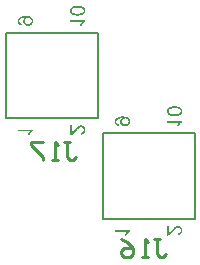
<source format=gbr>
%TF.GenerationSoftware,Altium Limited,Altium Designer,18.1.9 (240)*%
G04 Layer_Color=32896*
%FSLAX26Y26*%
%MOIN*%
%TF.FileFunction,Legend,Bot*%
%TF.Part,Single*%
G01*
G75*
%TA.AperFunction,NonConductor*%
%ADD19C,0.007870*%
%ADD20C,0.010000*%
G36*
X-222321Y-19696D02*
X-222940Y-20006D01*
X-223521Y-20392D01*
X-224721Y-21205D01*
X-225843Y-22095D01*
X-226849Y-22985D01*
X-227314Y-23411D01*
X-227739Y-23798D01*
X-228088Y-24185D01*
X-228397Y-24495D01*
X-228629Y-24766D01*
X-228823Y-24959D01*
X-228939Y-25075D01*
X-228978Y-25114D01*
X-230216Y-26584D01*
X-231338Y-28094D01*
X-232306Y-29603D01*
X-232770Y-30300D01*
X-233157Y-30996D01*
X-233506Y-31616D01*
X-233854Y-32196D01*
X-234125Y-32699D01*
X-234357Y-33163D01*
X-234550Y-33512D01*
X-234667Y-33783D01*
X-234744Y-33938D01*
X-234783Y-34015D01*
X-240665D01*
X-240239Y-32931D01*
X-239736Y-31809D01*
X-239194Y-30764D01*
X-238691Y-29758D01*
X-238459Y-29332D01*
X-238227Y-28907D01*
X-238033Y-28558D01*
X-237879Y-28210D01*
X-237724Y-27978D01*
X-237608Y-27784D01*
X-237569Y-27668D01*
X-237530Y-27629D01*
X-236756Y-26352D01*
X-235982Y-25191D01*
X-235634Y-24688D01*
X-235286Y-24224D01*
X-234976Y-23759D01*
X-234667Y-23372D01*
X-234357Y-23024D01*
X-234125Y-22715D01*
X-233893Y-22444D01*
X-233699Y-22211D01*
X-233544Y-22057D01*
X-233428Y-21941D01*
X-233389Y-21863D01*
X-233351Y-21824D01*
X-272128D01*
Y-15748D01*
X-222321D01*
Y-19696D01*
D02*
G37*
G36*
X-92264Y-25462D02*
X-91645Y-25075D01*
X-91065Y-24649D01*
X-90523Y-24224D01*
X-90020Y-23798D01*
X-89594Y-23450D01*
X-89284Y-23179D01*
X-89091Y-22985D01*
X-89014Y-22908D01*
X-88665Y-22560D01*
X-88278Y-22173D01*
X-87814Y-21670D01*
X-87350Y-21166D01*
X-86305Y-20006D01*
X-85260Y-18806D01*
X-84757Y-18225D01*
X-84292Y-17683D01*
X-83867Y-17180D01*
X-83480Y-16755D01*
X-83170Y-16368D01*
X-82938Y-16097D01*
X-82783Y-15942D01*
X-82744Y-15865D01*
X-81738Y-14665D01*
X-80770Y-13581D01*
X-79880Y-12536D01*
X-79029Y-11608D01*
X-78255Y-10756D01*
X-77520Y-9982D01*
X-76862Y-9324D01*
X-76281Y-8705D01*
X-75740Y-8163D01*
X-75314Y-7699D01*
X-74888Y-7312D01*
X-74579Y-7002D01*
X-74308Y-6770D01*
X-74153Y-6577D01*
X-74037Y-6499D01*
X-73998Y-6460D01*
X-72837Y-5493D01*
X-71715Y-4642D01*
X-70709Y-3945D01*
X-69780Y-3403D01*
X-69393Y-3171D01*
X-69044Y-2978D01*
X-68735Y-2784D01*
X-68464Y-2668D01*
X-68232Y-2552D01*
X-68077Y-2474D01*
X-67999Y-2436D01*
X-67961D01*
X-66877Y-2010D01*
X-65832Y-1700D01*
X-64826Y-1507D01*
X-63936Y-1352D01*
X-63549Y-1313D01*
X-63162Y-1275D01*
X-62852Y-1236D01*
X-62581Y-1197D01*
X-62388D01*
X-62194D01*
X-62117D01*
X-62078D01*
X-60995Y-1236D01*
X-59989Y-1391D01*
X-59021Y-1584D01*
X-58092Y-1855D01*
X-57202Y-2165D01*
X-56428Y-2513D01*
X-55654Y-2900D01*
X-54996Y-3287D01*
X-54377Y-3674D01*
X-53835Y-4061D01*
X-53371Y-4409D01*
X-52984Y-4719D01*
X-52674Y-4990D01*
X-52481Y-5183D01*
X-52326Y-5338D01*
X-52287Y-5377D01*
X-51591Y-6190D01*
X-50971Y-7080D01*
X-50430Y-7970D01*
X-49965Y-8899D01*
X-49578Y-9866D01*
X-49269Y-10795D01*
X-48998Y-11724D01*
X-48804Y-12575D01*
X-48650Y-13427D01*
X-48495Y-14200D01*
X-48417Y-14897D01*
X-48379Y-15516D01*
X-48340Y-15981D01*
X-48301Y-16368D01*
Y-16677D01*
X-48340Y-17954D01*
X-48456Y-19193D01*
X-48650Y-20354D01*
X-48882Y-21437D01*
X-49153Y-22444D01*
X-49462Y-23372D01*
X-49810Y-24224D01*
X-50120Y-24998D01*
X-50468Y-25656D01*
X-50817Y-26275D01*
X-51126Y-26778D01*
X-51397Y-27204D01*
X-51629Y-27552D01*
X-51823Y-27784D01*
X-51939Y-27939D01*
X-51978Y-27978D01*
X-52713Y-28713D01*
X-53487Y-29371D01*
X-54338Y-29990D01*
X-55190Y-30493D01*
X-56080Y-30958D01*
X-56970Y-31345D01*
X-57860Y-31654D01*
X-58712Y-31925D01*
X-59486Y-32157D01*
X-60260Y-32351D01*
X-60917Y-32506D01*
X-61498Y-32622D01*
X-62001Y-32699D01*
X-62349Y-32738D01*
X-62581Y-32776D01*
X-62620D01*
X-62659D01*
X-63317Y-26507D01*
X-62465Y-26468D01*
X-61653Y-26391D01*
X-60917Y-26275D01*
X-60182Y-26081D01*
X-59563Y-25888D01*
X-58944Y-25656D01*
X-58402Y-25424D01*
X-57899Y-25191D01*
X-57473Y-24959D01*
X-57086Y-24688D01*
X-56738Y-24495D01*
X-56467Y-24301D01*
X-56273Y-24108D01*
X-56119Y-23992D01*
X-56041Y-23914D01*
X-56002Y-23875D01*
X-55538Y-23372D01*
X-55112Y-22792D01*
X-54764Y-22250D01*
X-54455Y-21631D01*
X-54184Y-21050D01*
X-53990Y-20470D01*
X-53797Y-19889D01*
X-53681Y-19348D01*
X-53564Y-18844D01*
X-53487Y-18341D01*
X-53410Y-17916D01*
X-53371Y-17567D01*
X-53332Y-17258D01*
Y-16832D01*
X-53371Y-16058D01*
X-53448Y-15323D01*
X-53564Y-14665D01*
X-53719Y-14007D01*
X-53913Y-13427D01*
X-54145Y-12846D01*
X-54338Y-12343D01*
X-54571Y-11879D01*
X-54842Y-11453D01*
X-55035Y-11104D01*
X-55267Y-10795D01*
X-55461Y-10524D01*
X-55615Y-10331D01*
X-55732Y-10176D01*
X-55809Y-10098D01*
X-55848Y-10060D01*
X-56312Y-9595D01*
X-56815Y-9208D01*
X-57318Y-8860D01*
X-57860Y-8550D01*
X-58363Y-8318D01*
X-58866Y-8086D01*
X-59834Y-7776D01*
X-60260Y-7699D01*
X-60685Y-7622D01*
X-61033Y-7544D01*
X-61343Y-7505D01*
X-61614Y-7467D01*
X-61807D01*
X-61924D01*
X-61962D01*
X-62620Y-7505D01*
X-63278Y-7583D01*
X-63936Y-7738D01*
X-64555Y-7931D01*
X-65794Y-8357D01*
X-66374Y-8628D01*
X-66916Y-8899D01*
X-67419Y-9169D01*
X-67883Y-9440D01*
X-68309Y-9673D01*
X-68657Y-9866D01*
X-68928Y-10060D01*
X-69122Y-10214D01*
X-69277Y-10292D01*
X-69315Y-10331D01*
X-70051Y-10911D01*
X-70863Y-11608D01*
X-71715Y-12382D01*
X-72566Y-13233D01*
X-73456Y-14123D01*
X-74346Y-15013D01*
X-75198Y-15942D01*
X-76010Y-16832D01*
X-76784Y-17722D01*
X-77520Y-18535D01*
X-78139Y-19270D01*
X-78719Y-19928D01*
X-79184Y-20470D01*
X-79493Y-20896D01*
X-79648Y-21050D01*
X-79726Y-21166D01*
X-79764Y-21205D01*
X-79803Y-21244D01*
X-80577Y-22211D01*
X-81351Y-23102D01*
X-82086Y-23914D01*
X-82783Y-24688D01*
X-83441Y-25424D01*
X-84060Y-26081D01*
X-84641Y-26662D01*
X-85144Y-27204D01*
X-85647Y-27668D01*
X-86072Y-28094D01*
X-86421Y-28442D01*
X-86730Y-28752D01*
X-86963Y-28945D01*
X-87156Y-29139D01*
X-87272Y-29216D01*
X-87311Y-29255D01*
X-88510Y-30222D01*
X-89710Y-31035D01*
X-90832Y-31732D01*
X-91800Y-32273D01*
X-92264Y-32506D01*
X-92651Y-32699D01*
X-93000Y-32854D01*
X-93309Y-33009D01*
X-93541Y-33125D01*
X-93735Y-33163D01*
X-93851Y-33241D01*
X-93890D01*
X-94664Y-33473D01*
X-95399Y-33667D01*
X-96134Y-33783D01*
X-96754Y-33860D01*
X-97295Y-33938D01*
X-97721D01*
X-97876D01*
X-97992D01*
X-98069D01*
X-98108D01*
Y-1120D01*
X-92264D01*
Y-25462D01*
D02*
G37*
G36*
X-244651Y363221D02*
X-243103Y363182D01*
X-241632Y363066D01*
X-240278Y362950D01*
X-239040Y362795D01*
X-237879Y362601D01*
X-236872Y362408D01*
X-235905Y362214D01*
X-235092Y362021D01*
X-234396Y361827D01*
X-233776Y361673D01*
X-233273Y361479D01*
X-232886Y361363D01*
X-232615Y361247D01*
X-232422Y361208D01*
X-232383Y361169D01*
X-231493Y360744D01*
X-230680Y360318D01*
X-229906Y359815D01*
X-229171Y359351D01*
X-228513Y358809D01*
X-227894Y358306D01*
X-227352Y357803D01*
X-226849Y357338D01*
X-226423Y356874D01*
X-226036Y356448D01*
X-225688Y356061D01*
X-225417Y355713D01*
X-225224Y355442D01*
X-225069Y355248D01*
X-224992Y355094D01*
X-224953Y355055D01*
X-224488Y354281D01*
X-224101Y353546D01*
X-223714Y352772D01*
X-223444Y351998D01*
X-223173Y351262D01*
X-222979Y350527D01*
X-222786Y349830D01*
X-222631Y349134D01*
X-222553Y348514D01*
X-222476Y347973D01*
X-222399Y347470D01*
X-222360Y347044D01*
X-222321Y346696D01*
Y346231D01*
X-222360Y344993D01*
X-222515Y343832D01*
X-222747Y342709D01*
X-223056Y341626D01*
X-223405Y340658D01*
X-223792Y339730D01*
X-224179Y338878D01*
X-224605Y338104D01*
X-225069Y337408D01*
X-225456Y336827D01*
X-225843Y336285D01*
X-226191Y335860D01*
X-226501Y335511D01*
X-226733Y335240D01*
X-226888Y335086D01*
X-226927Y335047D01*
X-227817Y334273D01*
X-228784Y333576D01*
X-229752Y332996D01*
X-230758Y332493D01*
X-231803Y332067D01*
X-232809Y331719D01*
X-233815Y331409D01*
X-234744Y331177D01*
X-235634Y331022D01*
X-236485Y330867D01*
X-237221Y330790D01*
X-237840Y330712D01*
X-238382Y330674D01*
X-238769Y330635D01*
X-238923D01*
X-239040D01*
X-239078D01*
X-239117D01*
X-240471Y330674D01*
X-241710Y330829D01*
X-242910Y331022D01*
X-244032Y331293D01*
X-245077Y331641D01*
X-246044Y331990D01*
X-246934Y332377D01*
X-247747Y332764D01*
X-248444Y333151D01*
X-249102Y333538D01*
X-249643Y333925D01*
X-250069Y334234D01*
X-250417Y334505D01*
X-250688Y334699D01*
X-250843Y334853D01*
X-250882Y334892D01*
X-251656Y335705D01*
X-252352Y336556D01*
X-252933Y337446D01*
X-253436Y338298D01*
X-253900Y339188D01*
X-254249Y340039D01*
X-254558Y340891D01*
X-254791Y341703D01*
X-254945Y342439D01*
X-255100Y343135D01*
X-255178Y343754D01*
X-255255Y344257D01*
X-255294Y344722D01*
X-255332Y345031D01*
Y345302D01*
X-255294Y345999D01*
X-255255Y346657D01*
X-255061Y347934D01*
X-254752Y349095D01*
X-254597Y349637D01*
X-254442Y350140D01*
X-254287Y350566D01*
X-254133Y350953D01*
X-253978Y351301D01*
X-253823Y351611D01*
X-253707Y351843D01*
X-253630Y351998D01*
X-253552Y352114D01*
Y352152D01*
X-252817Y353275D01*
X-252043Y354281D01*
X-251269Y355132D01*
X-250495Y355868D01*
X-250147Y356177D01*
X-249837Y356448D01*
X-249566Y356642D01*
X-249295Y356835D01*
X-249102Y356990D01*
X-248947Y357106D01*
X-248869Y357145D01*
X-248831Y357183D01*
X-249102D01*
X-249373D01*
X-249566D01*
X-249721D01*
X-249953D01*
X-250030D01*
X-251424Y357145D01*
X-252778Y357029D01*
X-254055Y356874D01*
X-254636Y356796D01*
X-255178Y356719D01*
X-255681Y356642D01*
X-256145Y356564D01*
X-256532Y356487D01*
X-256880Y356409D01*
X-257151Y356332D01*
X-257345Y356293D01*
X-257461Y356255D01*
X-257500D01*
X-258777Y355906D01*
X-259938Y355519D01*
X-260441Y355326D01*
X-260944Y355171D01*
X-261370Y354977D01*
X-261757Y354784D01*
X-262105Y354629D01*
X-262414Y354474D01*
X-262685Y354358D01*
X-262918Y354242D01*
X-263072Y354126D01*
X-263188Y354087D01*
X-263266Y354010D01*
X-263305D01*
X-264079Y353468D01*
X-264736Y352926D01*
X-265317Y352346D01*
X-265820Y351804D01*
X-266207Y351301D01*
X-266478Y350914D01*
X-266594Y350759D01*
X-266633Y350643D01*
X-266710Y350604D01*
Y350566D01*
X-267136Y349753D01*
X-267445Y348901D01*
X-267678Y348050D01*
X-267832Y347276D01*
X-267910Y346618D01*
X-267949Y346347D01*
Y346076D01*
X-267987Y345883D01*
Y345612D01*
X-267949Y344993D01*
X-267910Y344451D01*
X-267678Y343367D01*
X-267407Y342477D01*
X-267058Y341703D01*
X-266865Y341355D01*
X-266710Y341084D01*
X-266555Y340813D01*
X-266401Y340620D01*
X-266284Y340465D01*
X-266207Y340349D01*
X-266168Y340271D01*
X-266130Y340233D01*
X-265743Y339846D01*
X-265356Y339497D01*
X-264388Y338917D01*
X-263421Y338414D01*
X-262414Y338027D01*
X-261989Y337872D01*
X-261524Y337756D01*
X-261137Y337640D01*
X-260789Y337562D01*
X-260518Y337485D01*
X-260325Y337446D01*
X-260170Y337408D01*
X-260131D01*
X-260673Y331564D01*
X-261757Y331719D01*
X-262763Y331951D01*
X-263692Y332260D01*
X-264582Y332570D01*
X-265394Y332918D01*
X-266130Y333267D01*
X-266826Y333654D01*
X-267407Y334041D01*
X-267949Y334428D01*
X-268452Y334776D01*
X-268839Y335086D01*
X-269187Y335395D01*
X-269419Y335627D01*
X-269613Y335821D01*
X-269729Y335937D01*
X-269767Y335976D01*
X-270348Y336672D01*
X-270812Y337446D01*
X-271238Y338220D01*
X-271625Y339033D01*
X-271935Y339807D01*
X-272205Y340620D01*
X-272399Y341394D01*
X-272592Y342129D01*
X-272709Y342826D01*
X-272825Y343445D01*
X-272863Y344025D01*
X-272941Y344528D01*
Y344915D01*
X-272979Y345225D01*
Y345496D01*
X-272941Y346502D01*
X-272863Y347470D01*
X-272709Y348398D01*
X-272515Y349288D01*
X-272283Y350140D01*
X-272051Y350914D01*
X-271780Y351649D01*
X-271509Y352307D01*
X-271238Y352926D01*
X-270967Y353429D01*
X-270735Y353894D01*
X-270503Y354281D01*
X-270309Y354590D01*
X-270154Y354823D01*
X-270077Y354977D01*
X-270038Y355016D01*
X-269458Y355751D01*
X-268839Y356448D01*
X-268142Y357106D01*
X-267445Y357725D01*
X-266749Y358267D01*
X-266052Y358770D01*
X-265356Y359234D01*
X-264659Y359621D01*
X-264001Y360008D01*
X-263421Y360318D01*
X-262879Y360589D01*
X-262414Y360782D01*
X-262027Y360937D01*
X-261718Y361092D01*
X-261563Y361131D01*
X-261486Y361169D01*
X-260402Y361556D01*
X-259202Y361866D01*
X-258003Y362137D01*
X-256726Y362369D01*
X-254210Y362756D01*
X-252972Y362872D01*
X-251772Y362988D01*
X-250650Y363104D01*
X-249643Y363143D01*
X-248676Y363182D01*
X-247902Y363221D01*
X-247554D01*
X-247244Y363259D01*
X-246973D01*
X-246741D01*
X-246547D01*
X-246431D01*
X-246354D01*
X-246315D01*
X-244651Y363221D01*
D02*
G37*
G36*
X-71018Y396812D02*
X-69857Y396735D01*
X-68735Y396696D01*
X-67690Y396580D01*
X-66722Y396502D01*
X-65832Y396386D01*
X-65058Y396309D01*
X-64323Y396193D01*
X-63704Y396077D01*
X-63201Y395999D01*
X-62736Y395922D01*
X-62427Y395845D01*
X-62156Y395767D01*
X-62001Y395728D01*
X-61962D01*
X-60376Y395264D01*
X-59640Y395032D01*
X-58944Y394761D01*
X-58325Y394529D01*
X-57705Y394258D01*
X-57125Y393987D01*
X-56622Y393755D01*
X-56157Y393523D01*
X-55770Y393329D01*
X-55422Y393136D01*
X-55112Y392942D01*
X-54880Y392826D01*
X-54725Y392710D01*
X-54609Y392671D01*
X-54571Y392632D01*
X-53487Y391858D01*
X-52558Y391046D01*
X-51784Y390233D01*
X-51126Y389420D01*
X-50584Y388724D01*
X-50391Y388453D01*
X-50236Y388182D01*
X-50081Y387988D01*
X-50004Y387795D01*
X-49927Y387718D01*
Y387679D01*
X-49385Y386518D01*
X-48998Y385318D01*
X-48688Y384118D01*
X-48495Y383035D01*
X-48417Y382532D01*
X-48379Y382106D01*
X-48340Y381680D01*
Y381332D01*
X-48301Y381061D01*
Y380674D01*
X-48340Y379668D01*
X-48417Y378739D01*
X-48572Y377849D01*
X-48766Y376998D01*
X-48959Y376185D01*
X-49230Y375450D01*
X-49462Y374753D01*
X-49733Y374134D01*
X-50004Y373592D01*
X-50275Y373089D01*
X-50546Y372663D01*
X-50739Y372315D01*
X-50933Y372044D01*
X-51088Y371812D01*
X-51165Y371696D01*
X-51204Y371657D01*
X-51784Y370999D01*
X-52403Y370419D01*
X-53061Y369838D01*
X-53719Y369335D01*
X-54416Y368832D01*
X-55112Y368406D01*
X-55770Y367981D01*
X-56428Y367632D01*
X-57047Y367323D01*
X-57628Y367052D01*
X-58131Y366820D01*
X-58595Y366626D01*
X-58982Y366471D01*
X-59253Y366355D01*
X-59408Y366317D01*
X-59486Y366278D01*
X-60530Y365968D01*
X-61653Y365697D01*
X-62775Y365465D01*
X-63975Y365233D01*
X-66335Y364923D01*
X-67496Y364807D01*
X-68580Y364730D01*
X-69625Y364652D01*
X-70592Y364575D01*
X-71444Y364536D01*
X-72179D01*
X-72798Y364498D01*
X-73069D01*
X-73263D01*
X-73418D01*
X-73534D01*
X-73611D01*
X-73650D01*
X-74927D01*
X-76165Y364536D01*
X-77365Y364614D01*
X-78526Y364691D01*
X-79648Y364807D01*
X-80732Y364962D01*
X-81738Y365078D01*
X-82706Y365272D01*
X-83634Y365426D01*
X-84524Y365620D01*
X-85376Y365813D01*
X-86189Y366046D01*
X-86963Y366278D01*
X-87698Y366471D01*
X-88356Y366704D01*
X-89014Y366936D01*
X-89594Y367168D01*
X-90175Y367400D01*
X-90678Y367632D01*
X-91142Y367826D01*
X-91606Y368058D01*
X-91993Y368252D01*
X-92342Y368445D01*
X-92651Y368600D01*
X-93193Y368909D01*
X-93541Y369180D01*
X-93774Y369335D01*
X-93851Y369374D01*
X-94741Y370187D01*
X-95554Y371038D01*
X-96212Y371928D01*
X-96792Y372857D01*
X-97295Y373824D01*
X-97721Y374753D01*
X-98031Y375682D01*
X-98302Y376572D01*
X-98534Y377423D01*
X-98689Y378197D01*
X-98805Y378894D01*
X-98882Y379474D01*
X-98921Y379978D01*
X-98960Y380365D01*
Y380674D01*
X-98921Y381680D01*
X-98843Y382609D01*
X-98689Y383499D01*
X-98495Y384351D01*
X-98302Y385163D01*
X-98031Y385899D01*
X-97760Y386595D01*
X-97489Y387214D01*
X-97218Y387756D01*
X-96986Y388259D01*
X-96715Y388646D01*
X-96521Y388995D01*
X-96328Y389304D01*
X-96173Y389498D01*
X-96096Y389614D01*
X-96057Y389653D01*
X-95477Y390310D01*
X-94857Y390930D01*
X-94199Y391471D01*
X-93541Y392013D01*
X-92845Y392478D01*
X-92148Y392942D01*
X-91490Y393329D01*
X-90832Y393677D01*
X-90213Y394026D01*
X-89633Y394297D01*
X-89091Y394529D01*
X-88665Y394684D01*
X-88278Y394838D01*
X-88007Y394954D01*
X-87853Y394993D01*
X-87775Y395032D01*
X-86730Y395341D01*
X-85608Y395651D01*
X-84486Y395883D01*
X-83286Y396077D01*
X-80925Y396425D01*
X-79803Y396541D01*
X-78681Y396619D01*
X-77674Y396696D01*
X-76707Y396773D01*
X-75856Y396812D01*
X-75082D01*
X-74501Y396851D01*
X-74230D01*
X-74037D01*
X-73882D01*
X-73766D01*
X-73688D01*
X-73650D01*
X-72295D01*
X-71018Y396812D01*
D02*
G37*
G36*
X-48301Y344954D02*
X-48920Y344644D01*
X-49501Y344257D01*
X-50701Y343445D01*
X-51823Y342555D01*
X-52829Y341665D01*
X-53294Y341239D01*
X-53719Y340852D01*
X-54068Y340465D01*
X-54377Y340155D01*
X-54609Y339884D01*
X-54803Y339691D01*
X-54919Y339575D01*
X-54958Y339536D01*
X-56196Y338065D01*
X-57318Y336556D01*
X-58286Y335047D01*
X-58750Y334350D01*
X-59137Y333654D01*
X-59486Y333034D01*
X-59834Y332454D01*
X-60105Y331951D01*
X-60337Y331486D01*
X-60530Y331138D01*
X-60647Y330867D01*
X-60724Y330712D01*
X-60763Y330635D01*
X-66645D01*
X-66219Y331719D01*
X-65716Y332841D01*
X-65174Y333886D01*
X-64671Y334892D01*
X-64439Y335318D01*
X-64207Y335743D01*
X-64013Y336092D01*
X-63859Y336440D01*
X-63704Y336672D01*
X-63588Y336866D01*
X-63549Y336982D01*
X-63510Y337021D01*
X-62736Y338298D01*
X-61962Y339459D01*
X-61614Y339962D01*
X-61266Y340426D01*
X-60956Y340891D01*
X-60647Y341278D01*
X-60337Y341626D01*
X-60105Y341935D01*
X-59873Y342206D01*
X-59679Y342439D01*
X-59524Y342593D01*
X-59408Y342709D01*
X-59369Y342787D01*
X-59331Y342826D01*
X-98108D01*
Y348901D01*
X-48301D01*
Y344954D01*
D02*
G37*
G36*
X100919Y-354696D02*
X100300Y-355005D01*
X99719Y-355392D01*
X98519Y-356205D01*
X97397Y-357095D01*
X96391Y-357985D01*
X95927Y-358411D01*
X95501Y-358798D01*
X95153Y-359185D01*
X94843Y-359495D01*
X94611Y-359766D01*
X94417Y-359959D01*
X94301Y-360075D01*
X94262Y-360114D01*
X93024Y-361584D01*
X91902Y-363094D01*
X90934Y-364603D01*
X90470Y-365300D01*
X90083Y-365996D01*
X89734Y-366615D01*
X89386Y-367196D01*
X89115Y-367699D01*
X88883Y-368163D01*
X88690Y-368512D01*
X88573Y-368783D01*
X88496Y-368938D01*
X88457Y-369015D01*
X82575D01*
X83001Y-367931D01*
X83504Y-366809D01*
X84046Y-365764D01*
X84549Y-364758D01*
X84781Y-364332D01*
X85013Y-363906D01*
X85207Y-363558D01*
X85361Y-363210D01*
X85516Y-362978D01*
X85632Y-362784D01*
X85671Y-362668D01*
X85710Y-362629D01*
X86484Y-361352D01*
X87258Y-360191D01*
X87606Y-359688D01*
X87954Y-359224D01*
X88264Y-358759D01*
X88573Y-358372D01*
X88883Y-358024D01*
X89115Y-357714D01*
X89347Y-357444D01*
X89541Y-357211D01*
X89696Y-357057D01*
X89812Y-356940D01*
X89851Y-356863D01*
X89889Y-356824D01*
X51112D01*
Y-350748D01*
X100919D01*
Y-354696D01*
D02*
G37*
G36*
X230976Y-360462D02*
X231595Y-360075D01*
X232175Y-359649D01*
X232717Y-359224D01*
X233220Y-358798D01*
X233646Y-358450D01*
X233956Y-358179D01*
X234149Y-357985D01*
X234226Y-357908D01*
X234575Y-357560D01*
X234962Y-357173D01*
X235426Y-356670D01*
X235891Y-356166D01*
X236935Y-355005D01*
X237980Y-353806D01*
X238483Y-353225D01*
X238948Y-352683D01*
X239374Y-352180D01*
X239761Y-351755D01*
X240070Y-351368D01*
X240302Y-351097D01*
X240457Y-350942D01*
X240496Y-350865D01*
X241502Y-349665D01*
X242470Y-348581D01*
X243360Y-347536D01*
X244211Y-346608D01*
X244985Y-345756D01*
X245720Y-344982D01*
X246378Y-344324D01*
X246959Y-343705D01*
X247500Y-343163D01*
X247926Y-342699D01*
X248352Y-342312D01*
X248661Y-342002D01*
X248932Y-341770D01*
X249087Y-341577D01*
X249203Y-341499D01*
X249242Y-341461D01*
X250403Y-340493D01*
X251525Y-339642D01*
X252531Y-338945D01*
X253460Y-338403D01*
X253847Y-338171D01*
X254196Y-337978D01*
X254505Y-337784D01*
X254776Y-337668D01*
X255008Y-337552D01*
X255163Y-337474D01*
X255240Y-337436D01*
X255279D01*
X256363Y-337010D01*
X257408Y-336700D01*
X258414Y-336507D01*
X259304Y-336352D01*
X259691Y-336313D01*
X260078Y-336275D01*
X260388Y-336236D01*
X260659Y-336197D01*
X260852D01*
X261046D01*
X261123D01*
X261162D01*
X262245Y-336236D01*
X263251Y-336391D01*
X264219Y-336584D01*
X265148Y-336855D01*
X266038Y-337165D01*
X266812Y-337513D01*
X267586Y-337900D01*
X268244Y-338287D01*
X268863Y-338674D01*
X269405Y-339061D01*
X269869Y-339409D01*
X270256Y-339719D01*
X270566Y-339990D01*
X270759Y-340183D01*
X270914Y-340338D01*
X270953Y-340377D01*
X271649Y-341190D01*
X272269Y-342080D01*
X272810Y-342970D01*
X273275Y-343899D01*
X273662Y-344866D01*
X273971Y-345795D01*
X274242Y-346724D01*
X274436Y-347575D01*
X274591Y-348426D01*
X274745Y-349200D01*
X274823Y-349897D01*
X274861Y-350516D01*
X274900Y-350981D01*
X274939Y-351368D01*
Y-351677D01*
X274900Y-352954D01*
X274784Y-354193D01*
X274591Y-355354D01*
X274358Y-356437D01*
X274087Y-357444D01*
X273778Y-358372D01*
X273430Y-359224D01*
X273120Y-359998D01*
X272772Y-360656D01*
X272423Y-361275D01*
X272114Y-361778D01*
X271843Y-362204D01*
X271611Y-362552D01*
X271417Y-362784D01*
X271301Y-362939D01*
X271262Y-362978D01*
X270527Y-363713D01*
X269753Y-364371D01*
X268902Y-364990D01*
X268050Y-365493D01*
X267160Y-365958D01*
X266270Y-366345D01*
X265380Y-366654D01*
X264529Y-366925D01*
X263755Y-367157D01*
X262981Y-367351D01*
X262323Y-367506D01*
X261742Y-367622D01*
X261239Y-367699D01*
X260891Y-367738D01*
X260659Y-367776D01*
X260620D01*
X260581D01*
X259923Y-361507D01*
X260775Y-361468D01*
X261587Y-361391D01*
X262323Y-361275D01*
X263058Y-361081D01*
X263677Y-360888D01*
X264296Y-360656D01*
X264838Y-360423D01*
X265341Y-360191D01*
X265767Y-359959D01*
X266154Y-359688D01*
X266502Y-359495D01*
X266773Y-359301D01*
X266967Y-359108D01*
X267121Y-358992D01*
X267199Y-358914D01*
X267238Y-358875D01*
X267702Y-358372D01*
X268128Y-357792D01*
X268476Y-357250D01*
X268786Y-356631D01*
X269056Y-356050D01*
X269250Y-355470D01*
X269443Y-354889D01*
X269560Y-354348D01*
X269676Y-353844D01*
X269753Y-353341D01*
X269830Y-352916D01*
X269869Y-352567D01*
X269908Y-352258D01*
Y-351832D01*
X269869Y-351058D01*
X269792Y-350323D01*
X269676Y-349665D01*
X269521Y-349007D01*
X269327Y-348426D01*
X269095Y-347846D01*
X268902Y-347343D01*
X268669Y-346878D01*
X268399Y-346453D01*
X268205Y-346104D01*
X267973Y-345795D01*
X267779Y-345524D01*
X267625Y-345330D01*
X267508Y-345176D01*
X267431Y-345098D01*
X267392Y-345060D01*
X266928Y-344595D01*
X266425Y-344208D01*
X265922Y-343860D01*
X265380Y-343550D01*
X264877Y-343318D01*
X264374Y-343086D01*
X263406Y-342776D01*
X262981Y-342699D01*
X262555Y-342622D01*
X262207Y-342544D01*
X261897Y-342505D01*
X261626Y-342467D01*
X261433D01*
X261316D01*
X261278D01*
X260620Y-342505D01*
X259962Y-342583D01*
X259304Y-342738D01*
X258685Y-342931D01*
X257446Y-343357D01*
X256866Y-343628D01*
X256324Y-343899D01*
X255821Y-344170D01*
X255357Y-344440D01*
X254931Y-344673D01*
X254583Y-344866D01*
X254312Y-345060D01*
X254118Y-345214D01*
X253963Y-345292D01*
X253925Y-345330D01*
X253189Y-345911D01*
X252377Y-346608D01*
X251525Y-347382D01*
X250674Y-348233D01*
X249784Y-349123D01*
X248894Y-350013D01*
X248042Y-350942D01*
X247230Y-351832D01*
X246456Y-352722D01*
X245720Y-353535D01*
X245101Y-354270D01*
X244521Y-354928D01*
X244056Y-355470D01*
X243747Y-355896D01*
X243592Y-356050D01*
X243514Y-356166D01*
X243476Y-356205D01*
X243437Y-356244D01*
X242663Y-357211D01*
X241889Y-358101D01*
X241154Y-358914D01*
X240457Y-359688D01*
X239799Y-360423D01*
X239180Y-361081D01*
X238600Y-361662D01*
X238096Y-362204D01*
X237593Y-362668D01*
X237168Y-363094D01*
X236819Y-363442D01*
X236510Y-363752D01*
X236278Y-363945D01*
X236084Y-364139D01*
X235968Y-364216D01*
X235929Y-364255D01*
X234730Y-365222D01*
X233530Y-366035D01*
X232407Y-366732D01*
X231440Y-367273D01*
X230976Y-367506D01*
X230589Y-367699D01*
X230240Y-367854D01*
X229931Y-368009D01*
X229698Y-368125D01*
X229505Y-368163D01*
X229389Y-368241D01*
X229350D01*
X228576Y-368473D01*
X227841Y-368667D01*
X227106Y-368783D01*
X226486Y-368860D01*
X225945Y-368938D01*
X225519D01*
X225364D01*
X225248D01*
X225171D01*
X225132D01*
Y-336120D01*
X230976D01*
Y-360462D01*
D02*
G37*
G36*
X78589Y28221D02*
X80137Y28182D01*
X81608Y28066D01*
X82962Y27950D01*
X84200Y27795D01*
X85361Y27601D01*
X86368Y27408D01*
X87335Y27214D01*
X88148Y27021D01*
X88844Y26827D01*
X89464Y26672D01*
X89967Y26479D01*
X90354Y26363D01*
X90625Y26247D01*
X90818Y26208D01*
X90857Y26169D01*
X91747Y25744D01*
X92560Y25318D01*
X93334Y24815D01*
X94069Y24351D01*
X94727Y23809D01*
X95346Y23306D01*
X95888Y22802D01*
X96391Y22338D01*
X96817Y21874D01*
X97204Y21448D01*
X97552Y21061D01*
X97823Y20713D01*
X98016Y20442D01*
X98171Y20248D01*
X98249Y20093D01*
X98287Y20055D01*
X98752Y19281D01*
X99139Y18546D01*
X99526Y17771D01*
X99796Y16997D01*
X100067Y16262D01*
X100261Y15527D01*
X100454Y14830D01*
X100609Y14134D01*
X100687Y13514D01*
X100764Y12973D01*
X100841Y12470D01*
X100880Y12044D01*
X100919Y11696D01*
Y11231D01*
X100880Y9993D01*
X100725Y8832D01*
X100493Y7710D01*
X100183Y6626D01*
X99835Y5658D01*
X99448Y4730D01*
X99061Y3878D01*
X98635Y3104D01*
X98171Y2408D01*
X97784Y1827D01*
X97397Y1285D01*
X97049Y860D01*
X96739Y511D01*
X96507Y240D01*
X96352Y86D01*
X96314Y47D01*
X95423Y-727D01*
X94456Y-1424D01*
X93488Y-2004D01*
X92482Y-2507D01*
X91437Y-2933D01*
X90431Y-3281D01*
X89425Y-3591D01*
X88496Y-3823D01*
X87606Y-3978D01*
X86755Y-4133D01*
X86019Y-4210D01*
X85400Y-4287D01*
X84858Y-4326D01*
X84471Y-4365D01*
X84317D01*
X84200D01*
X84162D01*
X84123D01*
X82769Y-4326D01*
X81530Y-4171D01*
X80330Y-3978D01*
X79208Y-3707D01*
X78163Y-3359D01*
X77196Y-3010D01*
X76306Y-2623D01*
X75493Y-2236D01*
X74796Y-1849D01*
X74138Y-1462D01*
X73597Y-1075D01*
X73171Y-766D01*
X72823Y-495D01*
X72552Y-301D01*
X72397Y-147D01*
X72358Y-108D01*
X71584Y705D01*
X70888Y1556D01*
X70307Y2446D01*
X69804Y3298D01*
X69340Y4188D01*
X68991Y5039D01*
X68682Y5891D01*
X68450Y6703D01*
X68295Y7439D01*
X68140Y8135D01*
X68062Y8754D01*
X67985Y9258D01*
X67946Y9722D01*
X67908Y10031D01*
Y10302D01*
X67946Y10999D01*
X67985Y11657D01*
X68179Y12934D01*
X68488Y14095D01*
X68643Y14637D01*
X68798Y15140D01*
X68953Y15566D01*
X69107Y15953D01*
X69262Y16301D01*
X69417Y16610D01*
X69533Y16843D01*
X69611Y16997D01*
X69688Y17114D01*
Y17152D01*
X70423Y18275D01*
X71197Y19281D01*
X71971Y20132D01*
X72745Y20867D01*
X73094Y21177D01*
X73403Y21448D01*
X73674Y21642D01*
X73945Y21835D01*
X74138Y21990D01*
X74293Y22106D01*
X74371Y22145D01*
X74409Y22183D01*
X74138D01*
X73868D01*
X73674D01*
X73519D01*
X73287D01*
X73210D01*
X71816Y22145D01*
X70462Y22029D01*
X69185Y21874D01*
X68604Y21796D01*
X68062Y21719D01*
X67559Y21642D01*
X67095Y21564D01*
X66708Y21487D01*
X66360Y21409D01*
X66089Y21332D01*
X65895Y21293D01*
X65779Y21255D01*
X65740D01*
X64463Y20906D01*
X63302Y20519D01*
X62799Y20326D01*
X62296Y20171D01*
X61870Y19977D01*
X61483Y19784D01*
X61135Y19629D01*
X60826Y19474D01*
X60555Y19358D01*
X60322Y19242D01*
X60168Y19126D01*
X60052Y19087D01*
X59974Y19010D01*
X59935D01*
X59161Y18468D01*
X58504Y17926D01*
X57923Y17346D01*
X57420Y16804D01*
X57033Y16301D01*
X56762Y15914D01*
X56646Y15759D01*
X56607Y15643D01*
X56530Y15604D01*
Y15566D01*
X56104Y14753D01*
X55795Y13902D01*
X55562Y13050D01*
X55408Y12276D01*
X55330Y11618D01*
X55291Y11347D01*
Y11076D01*
X55253Y10883D01*
Y10612D01*
X55291Y9993D01*
X55330Y9451D01*
X55562Y8367D01*
X55833Y7477D01*
X56182Y6703D01*
X56375Y6355D01*
X56530Y6084D01*
X56685Y5813D01*
X56840Y5620D01*
X56956Y5465D01*
X57033Y5349D01*
X57072Y5271D01*
X57110Y5233D01*
X57497Y4846D01*
X57884Y4497D01*
X58852Y3917D01*
X59819Y3414D01*
X60826Y3027D01*
X61251Y2872D01*
X61716Y2756D01*
X62103Y2640D01*
X62451Y2562D01*
X62722Y2485D01*
X62915Y2446D01*
X63070Y2408D01*
X63109D01*
X62567Y-3436D01*
X61483Y-3281D01*
X60477Y-3049D01*
X59548Y-2740D01*
X58658Y-2430D01*
X57846Y-2082D01*
X57110Y-1733D01*
X56414Y-1346D01*
X55833Y-959D01*
X55291Y-572D01*
X54788Y-224D01*
X54401Y86D01*
X54053Y395D01*
X53821Y627D01*
X53627Y821D01*
X53511Y937D01*
X53473Y976D01*
X52892Y1672D01*
X52428Y2446D01*
X52002Y3220D01*
X51615Y4033D01*
X51305Y4807D01*
X51035Y5620D01*
X50841Y6394D01*
X50648Y7129D01*
X50531Y7826D01*
X50415Y8445D01*
X50377Y9025D01*
X50299Y9528D01*
Y9915D01*
X50261Y10225D01*
Y10496D01*
X50299Y11502D01*
X50377Y12470D01*
X50531Y13398D01*
X50725Y14289D01*
X50957Y15140D01*
X51189Y15914D01*
X51460Y16649D01*
X51731Y17307D01*
X52002Y17926D01*
X52273Y18429D01*
X52505Y18894D01*
X52737Y19281D01*
X52931Y19590D01*
X53086Y19823D01*
X53163Y19977D01*
X53202Y20016D01*
X53782Y20751D01*
X54401Y21448D01*
X55098Y22106D01*
X55795Y22725D01*
X56491Y23267D01*
X57188Y23770D01*
X57884Y24234D01*
X58581Y24621D01*
X59239Y25008D01*
X59819Y25318D01*
X60361Y25589D01*
X60826Y25782D01*
X61213Y25937D01*
X61522Y26092D01*
X61677Y26131D01*
X61754Y26169D01*
X62838Y26556D01*
X64038Y26866D01*
X65237Y27137D01*
X66514Y27369D01*
X69030Y27756D01*
X70268Y27872D01*
X71468Y27988D01*
X72590Y28104D01*
X73597Y28143D01*
X74564Y28182D01*
X75338Y28221D01*
X75686D01*
X75996Y28259D01*
X76267D01*
X76499D01*
X76693D01*
X76809D01*
X76886D01*
X76925D01*
X78589Y28221D01*
D02*
G37*
G36*
X252222Y61812D02*
X253383Y61735D01*
X254505Y61696D01*
X255550Y61580D01*
X256518Y61502D01*
X257408Y61386D01*
X258182Y61309D01*
X258917Y61193D01*
X259536Y61077D01*
X260039Y60999D01*
X260504Y60922D01*
X260813Y60845D01*
X261084Y60767D01*
X261239Y60728D01*
X261278D01*
X262864Y60264D01*
X263600Y60032D01*
X264296Y59761D01*
X264916Y59529D01*
X265535Y59258D01*
X266115Y58987D01*
X266618Y58755D01*
X267083Y58523D01*
X267470Y58329D01*
X267818Y58136D01*
X268128Y57942D01*
X268360Y57826D01*
X268515Y57710D01*
X268631Y57671D01*
X268669Y57633D01*
X269753Y56858D01*
X270682Y56046D01*
X271456Y55233D01*
X272114Y54420D01*
X272656Y53724D01*
X272849Y53453D01*
X273004Y53182D01*
X273159Y52989D01*
X273236Y52795D01*
X273313Y52718D01*
Y52679D01*
X273855Y51518D01*
X274242Y50318D01*
X274552Y49118D01*
X274745Y48035D01*
X274823Y47532D01*
X274861Y47106D01*
X274900Y46680D01*
Y46332D01*
X274939Y46061D01*
Y45674D01*
X274900Y44668D01*
X274823Y43739D01*
X274668Y42849D01*
X274474Y41998D01*
X274281Y41185D01*
X274010Y40450D01*
X273778Y39753D01*
X273507Y39134D01*
X273236Y38592D01*
X272965Y38089D01*
X272694Y37663D01*
X272501Y37315D01*
X272307Y37044D01*
X272152Y36812D01*
X272075Y36696D01*
X272036Y36657D01*
X271456Y35999D01*
X270837Y35419D01*
X270179Y34838D01*
X269521Y34335D01*
X268824Y33832D01*
X268128Y33406D01*
X267470Y32981D01*
X266812Y32632D01*
X266193Y32323D01*
X265612Y32052D01*
X265109Y31820D01*
X264645Y31626D01*
X264258Y31471D01*
X263987Y31355D01*
X263832Y31317D01*
X263755Y31278D01*
X262710Y30968D01*
X261587Y30697D01*
X260465Y30465D01*
X259265Y30233D01*
X256905Y29923D01*
X255744Y29807D01*
X254660Y29730D01*
X253615Y29652D01*
X252648Y29575D01*
X251796Y29536D01*
X251061D01*
X250442Y29498D01*
X250171D01*
X249977D01*
X249822D01*
X249706D01*
X249629D01*
X249590D01*
X248313D01*
X247075Y29536D01*
X245875Y29614D01*
X244714Y29691D01*
X243592Y29807D01*
X242508Y29962D01*
X241502Y30078D01*
X240535Y30272D01*
X239606Y30426D01*
X238716Y30620D01*
X237864Y30813D01*
X237052Y31046D01*
X236278Y31278D01*
X235542Y31471D01*
X234884Y31703D01*
X234226Y31936D01*
X233646Y32168D01*
X233065Y32400D01*
X232562Y32632D01*
X232098Y32826D01*
X231633Y33058D01*
X231246Y33252D01*
X230898Y33445D01*
X230589Y33600D01*
X230047Y33909D01*
X229698Y34180D01*
X229466Y34335D01*
X229389Y34374D01*
X228499Y35187D01*
X227686Y36038D01*
X227028Y36928D01*
X226448Y37857D01*
X225945Y38824D01*
X225519Y39753D01*
X225209Y40682D01*
X224938Y41572D01*
X224706Y42423D01*
X224551Y43197D01*
X224435Y43894D01*
X224358Y44474D01*
X224319Y44978D01*
X224280Y45365D01*
Y45674D01*
X224319Y46680D01*
X224397Y47609D01*
X224551Y48499D01*
X224745Y49351D01*
X224938Y50163D01*
X225209Y50899D01*
X225480Y51595D01*
X225751Y52215D01*
X226022Y52756D01*
X226254Y53259D01*
X226525Y53646D01*
X226719Y53995D01*
X226912Y54304D01*
X227067Y54498D01*
X227144Y54614D01*
X227183Y54653D01*
X227763Y55310D01*
X228383Y55930D01*
X229041Y56471D01*
X229698Y57013D01*
X230395Y57478D01*
X231092Y57942D01*
X231750Y58329D01*
X232407Y58677D01*
X233027Y59026D01*
X233607Y59297D01*
X234149Y59529D01*
X234575Y59684D01*
X234962Y59838D01*
X235233Y59955D01*
X235387Y59993D01*
X235465Y60032D01*
X236510Y60342D01*
X237632Y60651D01*
X238754Y60883D01*
X239954Y61077D01*
X242315Y61425D01*
X243437Y61541D01*
X244559Y61619D01*
X245565Y61696D01*
X246533Y61773D01*
X247384Y61812D01*
X248158D01*
X248739Y61851D01*
X249010D01*
X249203D01*
X249358D01*
X249474D01*
X249552D01*
X249590D01*
X250945D01*
X252222Y61812D01*
D02*
G37*
G36*
X274939Y9954D02*
X274320Y9645D01*
X273739Y9258D01*
X272539Y8445D01*
X271417Y7555D01*
X270411Y6665D01*
X269947Y6239D01*
X269521Y5852D01*
X269173Y5465D01*
X268863Y5155D01*
X268631Y4884D01*
X268437Y4691D01*
X268321Y4575D01*
X268282Y4536D01*
X267044Y3066D01*
X265922Y1556D01*
X264954Y47D01*
X264490Y-650D01*
X264103Y-1346D01*
X263755Y-1966D01*
X263406Y-2546D01*
X263135Y-3049D01*
X262903Y-3514D01*
X262710Y-3862D01*
X262594Y-4133D01*
X262516Y-4287D01*
X262477Y-4365D01*
X256595D01*
X257021Y-3281D01*
X257524Y-2159D01*
X258066Y-1114D01*
X258569Y-108D01*
X258801Y318D01*
X259033Y744D01*
X259227Y1092D01*
X259381Y1440D01*
X259536Y1672D01*
X259652Y1866D01*
X259691Y1982D01*
X259730Y2021D01*
X260504Y3298D01*
X261278Y4459D01*
X261626Y4962D01*
X261974Y5426D01*
X262284Y5891D01*
X262594Y6278D01*
X262903Y6626D01*
X263135Y6936D01*
X263368Y7206D01*
X263561Y7439D01*
X263716Y7593D01*
X263832Y7710D01*
X263871Y7787D01*
X263909Y7826D01*
X225132D01*
Y13902D01*
X274939D01*
Y9954D01*
D02*
G37*
%LPC*%
G36*
X-238304Y356487D02*
X-238575D01*
X-238730D01*
X-238807D01*
X-239775Y356448D01*
X-240665Y356371D01*
X-241516Y356216D01*
X-242290Y356061D01*
X-243026Y355868D01*
X-243684Y355635D01*
X-244303Y355364D01*
X-244883Y355132D01*
X-245348Y354861D01*
X-245773Y354590D01*
X-246160Y354358D01*
X-246470Y354165D01*
X-246702Y354010D01*
X-246857Y353855D01*
X-246973Y353778D01*
X-247012Y353739D01*
X-247515Y353197D01*
X-247979Y352655D01*
X-248366Y352114D01*
X-248715Y351533D01*
X-248986Y350914D01*
X-249218Y350372D01*
X-249411Y349792D01*
X-249566Y349250D01*
X-249721Y348747D01*
X-249798Y348282D01*
X-249876Y347857D01*
X-249914Y347508D01*
Y347237D01*
X-249953Y347005D01*
Y346812D01*
X-249914Y346038D01*
X-249837Y345302D01*
X-249682Y344606D01*
X-249489Y343909D01*
X-249256Y343290D01*
X-249024Y342709D01*
X-248753Y342168D01*
X-248482Y341703D01*
X-248212Y341239D01*
X-247941Y340852D01*
X-247708Y340542D01*
X-247476Y340233D01*
X-247283Y340039D01*
X-247128Y339846D01*
X-247050Y339768D01*
X-247012Y339730D01*
X-246431Y339226D01*
X-245812Y338801D01*
X-245193Y338414D01*
X-244535Y338104D01*
X-243916Y337833D01*
X-243258Y337601D01*
X-242639Y337408D01*
X-242058Y337253D01*
X-241478Y337137D01*
X-240975Y337059D01*
X-240510Y336982D01*
X-240084Y336943D01*
X-239775D01*
X-239504Y336904D01*
X-239349D01*
X-239310D01*
X-238343Y336943D01*
X-237414Y337021D01*
X-236563Y337175D01*
X-235711Y337369D01*
X-234976Y337601D01*
X-234241Y337833D01*
X-233583Y338104D01*
X-233002Y338414D01*
X-232461Y338685D01*
X-231996Y338956D01*
X-231609Y339188D01*
X-231300Y339420D01*
X-231029Y339613D01*
X-230835Y339768D01*
X-230719Y339846D01*
X-230680Y339884D01*
X-230100Y340465D01*
X-229597Y341045D01*
X-229132Y341665D01*
X-228745Y342284D01*
X-228436Y342864D01*
X-228165Y343445D01*
X-227933Y344025D01*
X-227778Y344567D01*
X-227623Y345070D01*
X-227546Y345535D01*
X-227468Y345922D01*
X-227391Y346270D01*
Y346579D01*
X-227352Y346773D01*
Y346966D01*
X-227391Y347702D01*
X-227468Y348398D01*
X-227623Y349056D01*
X-227817Y349675D01*
X-228088Y350295D01*
X-228320Y350837D01*
X-228629Y351340D01*
X-228900Y351804D01*
X-229171Y352230D01*
X-229481Y352617D01*
X-229713Y352926D01*
X-229945Y353197D01*
X-230177Y353429D01*
X-230332Y353584D01*
X-230410Y353662D01*
X-230448Y353700D01*
X-231067Y354203D01*
X-231687Y354629D01*
X-232383Y354977D01*
X-233041Y355326D01*
X-233776Y355597D01*
X-234434Y355790D01*
X-235131Y355984D01*
X-235789Y356138D01*
X-236408Y356255D01*
X-236988Y356332D01*
X-237492Y356409D01*
X-237917Y356448D01*
X-238304Y356487D01*
D02*
G37*
G36*
X-72489Y390581D02*
X-72837D01*
X-73108D01*
X-73340D01*
X-73495D01*
X-73611D01*
X-73650D01*
X-74772D01*
X-75856Y390543D01*
X-76862Y390504D01*
X-77868Y390465D01*
X-78797Y390388D01*
X-79687Y390310D01*
X-80538Y390233D01*
X-81351Y390117D01*
X-82125Y390040D01*
X-82860Y389923D01*
X-83518Y389807D01*
X-84176Y389691D01*
X-84795Y389536D01*
X-85337Y389420D01*
X-86382Y389149D01*
X-87272Y388879D01*
X-88007Y388608D01*
X-88627Y388375D01*
X-89130Y388182D01*
X-89478Y387988D01*
X-89749Y387834D01*
X-89904Y387756D01*
X-89942Y387718D01*
X-90639Y387176D01*
X-91258Y386595D01*
X-91800Y386015D01*
X-92264Y385396D01*
X-92651Y384815D01*
X-93000Y384235D01*
X-93232Y383654D01*
X-93464Y383112D01*
X-93619Y382609D01*
X-93735Y382145D01*
X-93851Y381719D01*
X-93890Y381371D01*
X-93928Y381061D01*
X-93967Y380868D01*
Y380674D01*
X-93928Y379900D01*
X-93774Y379165D01*
X-93580Y378468D01*
X-93348Y377772D01*
X-93038Y377152D01*
X-92690Y376572D01*
X-92342Y376030D01*
X-91955Y375566D01*
X-91568Y375101D01*
X-91219Y374714D01*
X-90871Y374405D01*
X-90562Y374095D01*
X-90329Y373902D01*
X-90097Y373708D01*
X-89981Y373631D01*
X-89942Y373592D01*
X-89555Y373321D01*
X-89091Y373089D01*
X-88627Y372857D01*
X-88085Y372663D01*
X-86924Y372276D01*
X-85685Y371967D01*
X-84370Y371696D01*
X-83015Y371464D01*
X-81661Y371270D01*
X-80267Y371115D01*
X-78990Y370999D01*
X-77752Y370922D01*
X-76630Y370844D01*
X-76088D01*
X-75623Y370806D01*
X-75198D01*
X-74811D01*
X-74462Y370767D01*
X-74192D01*
X-73959D01*
X-73805D01*
X-73688D01*
X-73650D01*
X-72527D01*
X-71444Y370806D01*
X-70438Y370844D01*
X-69431Y370922D01*
X-68464Y370961D01*
X-67574Y371077D01*
X-66722Y371154D01*
X-65871Y371270D01*
X-65097Y371386D01*
X-64362Y371502D01*
X-63665Y371618D01*
X-63007Y371773D01*
X-61769Y372044D01*
X-60685Y372354D01*
X-59756Y372625D01*
X-58982Y372896D01*
X-58325Y373166D01*
X-57783Y373399D01*
X-57396Y373631D01*
X-57125Y373786D01*
X-56931Y373863D01*
X-56893Y373902D01*
X-56273Y374405D01*
X-55732Y374908D01*
X-55228Y375450D01*
X-54842Y375991D01*
X-54493Y376572D01*
X-54184Y377114D01*
X-53951Y377656D01*
X-53758Y378197D01*
X-53642Y378662D01*
X-53526Y379126D01*
X-53448Y379552D01*
X-53371Y379900D01*
Y380210D01*
X-53332Y380403D01*
Y380597D01*
X-53371Y381371D01*
X-53487Y382145D01*
X-53719Y382841D01*
X-53951Y383499D01*
X-54261Y384118D01*
X-54609Y384738D01*
X-54996Y385279D01*
X-55345Y385744D01*
X-55732Y386208D01*
X-56119Y386595D01*
X-56467Y386944D01*
X-56776Y387214D01*
X-57009Y387408D01*
X-57202Y387601D01*
X-57357Y387679D01*
X-57396Y387718D01*
X-57783Y387988D01*
X-58247Y388221D01*
X-58712Y388453D01*
X-59253Y388646D01*
X-60376Y389033D01*
X-61614Y389382D01*
X-62930Y389653D01*
X-64323Y389885D01*
X-65677Y390078D01*
X-67032Y390233D01*
X-68348Y390349D01*
X-69547Y390427D01*
X-70709Y390504D01*
X-71212D01*
X-71676Y390543D01*
X-72102D01*
X-72489Y390581D01*
D02*
G37*
G36*
X84936Y21487D02*
X84665D01*
X84510D01*
X84433D01*
X83465Y21448D01*
X82575Y21371D01*
X81724Y21216D01*
X80950Y21061D01*
X80214Y20867D01*
X79556Y20635D01*
X78937Y20364D01*
X78357Y20132D01*
X77892Y19861D01*
X77467Y19590D01*
X77080Y19358D01*
X76770Y19165D01*
X76538Y19010D01*
X76383Y18855D01*
X76267Y18778D01*
X76228Y18739D01*
X75725Y18197D01*
X75261Y17655D01*
X74874Y17114D01*
X74525Y16533D01*
X74254Y15914D01*
X74022Y15372D01*
X73829Y14792D01*
X73674Y14250D01*
X73519Y13747D01*
X73442Y13282D01*
X73364Y12857D01*
X73326Y12508D01*
Y12237D01*
X73287Y12005D01*
Y11812D01*
X73326Y11038D01*
X73403Y10302D01*
X73558Y9606D01*
X73751Y8909D01*
X73984Y8290D01*
X74216Y7710D01*
X74487Y7168D01*
X74758Y6703D01*
X75028Y6239D01*
X75299Y5852D01*
X75532Y5542D01*
X75764Y5233D01*
X75957Y5039D01*
X76112Y4846D01*
X76189Y4768D01*
X76228Y4730D01*
X76809Y4226D01*
X77428Y3801D01*
X78047Y3414D01*
X78705Y3104D01*
X79324Y2833D01*
X79982Y2601D01*
X80601Y2408D01*
X81182Y2253D01*
X81762Y2137D01*
X82265Y2059D01*
X82730Y1982D01*
X83156Y1943D01*
X83465D01*
X83736Y1905D01*
X83891D01*
X83930D01*
X84897Y1943D01*
X85826Y2021D01*
X86677Y2175D01*
X87529Y2369D01*
X88264Y2601D01*
X88999Y2833D01*
X89657Y3104D01*
X90238Y3414D01*
X90779Y3685D01*
X91244Y3956D01*
X91631Y4188D01*
X91940Y4420D01*
X92211Y4614D01*
X92405Y4768D01*
X92521Y4846D01*
X92560Y4884D01*
X93140Y5465D01*
X93643Y6045D01*
X94108Y6665D01*
X94495Y7284D01*
X94804Y7864D01*
X95075Y8445D01*
X95307Y9025D01*
X95462Y9567D01*
X95617Y10070D01*
X95694Y10535D01*
X95772Y10922D01*
X95849Y11270D01*
Y11579D01*
X95888Y11773D01*
Y11966D01*
X95849Y12702D01*
X95772Y13398D01*
X95617Y14056D01*
X95423Y14675D01*
X95153Y15295D01*
X94920Y15836D01*
X94611Y16340D01*
X94340Y16804D01*
X94069Y17230D01*
X93759Y17617D01*
X93527Y17926D01*
X93295Y18197D01*
X93063Y18429D01*
X92908Y18584D01*
X92831Y18662D01*
X92792Y18700D01*
X92173Y19203D01*
X91553Y19629D01*
X90857Y19977D01*
X90199Y20326D01*
X89464Y20597D01*
X88806Y20790D01*
X88109Y20984D01*
X87451Y21138D01*
X86832Y21255D01*
X86251Y21332D01*
X85748Y21409D01*
X85323Y21448D01*
X84936Y21487D01*
D02*
G37*
G36*
X250751Y55581D02*
X250403D01*
X250132D01*
X249900D01*
X249745D01*
X249629D01*
X249590D01*
X248468D01*
X247384Y55543D01*
X246378Y55504D01*
X245372Y55465D01*
X244443Y55388D01*
X243553Y55310D01*
X242702Y55233D01*
X241889Y55117D01*
X241115Y55040D01*
X240380Y54923D01*
X239722Y54807D01*
X239064Y54691D01*
X238445Y54536D01*
X237903Y54420D01*
X236858Y54150D01*
X235968Y53879D01*
X235233Y53608D01*
X234613Y53376D01*
X234110Y53182D01*
X233762Y52989D01*
X233491Y52834D01*
X233336Y52756D01*
X233298Y52718D01*
X232601Y52176D01*
X231982Y51595D01*
X231440Y51015D01*
X230976Y50396D01*
X230589Y49815D01*
X230240Y49235D01*
X230008Y48654D01*
X229776Y48112D01*
X229621Y47609D01*
X229505Y47145D01*
X229389Y46719D01*
X229350Y46371D01*
X229311Y46061D01*
X229273Y45868D01*
Y45674D01*
X229311Y44900D01*
X229466Y44165D01*
X229660Y43468D01*
X229892Y42772D01*
X230202Y42153D01*
X230550Y41572D01*
X230898Y41030D01*
X231285Y40566D01*
X231672Y40101D01*
X232020Y39714D01*
X232369Y39405D01*
X232678Y39095D01*
X232911Y38902D01*
X233143Y38708D01*
X233259Y38631D01*
X233298Y38592D01*
X233685Y38321D01*
X234149Y38089D01*
X234613Y37857D01*
X235155Y37663D01*
X236316Y37276D01*
X237555Y36967D01*
X238870Y36696D01*
X240225Y36464D01*
X241579Y36270D01*
X242973Y36115D01*
X244250Y35999D01*
X245488Y35922D01*
X246610Y35844D01*
X247152D01*
X247617Y35806D01*
X248042D01*
X248429D01*
X248778Y35767D01*
X249048D01*
X249281D01*
X249435D01*
X249552D01*
X249590D01*
X250713D01*
X251796Y35806D01*
X252802Y35844D01*
X253809Y35922D01*
X254776Y35961D01*
X255666Y36077D01*
X256518Y36154D01*
X257369Y36270D01*
X258143Y36386D01*
X258878Y36502D01*
X259575Y36618D01*
X260233Y36773D01*
X261471Y37044D01*
X262555Y37354D01*
X263484Y37625D01*
X264258Y37895D01*
X264916Y38166D01*
X265457Y38399D01*
X265844Y38631D01*
X266115Y38786D01*
X266309Y38863D01*
X266347Y38902D01*
X266967Y39405D01*
X267508Y39908D01*
X268012Y40450D01*
X268399Y40992D01*
X268747Y41572D01*
X269056Y42114D01*
X269289Y42656D01*
X269482Y43197D01*
X269598Y43662D01*
X269714Y44126D01*
X269792Y44552D01*
X269869Y44900D01*
Y45210D01*
X269908Y45403D01*
Y45597D01*
X269869Y46371D01*
X269753Y47145D01*
X269521Y47841D01*
X269289Y48499D01*
X268979Y49118D01*
X268631Y49738D01*
X268244Y50279D01*
X267895Y50744D01*
X267508Y51208D01*
X267121Y51595D01*
X266773Y51944D01*
X266464Y52215D01*
X266231Y52408D01*
X266038Y52602D01*
X265883Y52679D01*
X265844Y52718D01*
X265457Y52989D01*
X264993Y53221D01*
X264529Y53453D01*
X263987Y53646D01*
X262864Y54033D01*
X261626Y54382D01*
X260310Y54653D01*
X258917Y54885D01*
X257562Y55078D01*
X256208Y55233D01*
X254892Y55349D01*
X253692Y55427D01*
X252531Y55504D01*
X252028D01*
X251564Y55543D01*
X251138D01*
X250751Y55581D01*
D02*
G37*
%LPD*%
D19*
X-312798Y21335D02*
X-7438D01*
X-312798D02*
Y306775D01*
X-7438D01*
Y21335D02*
Y306775D01*
X10442Y-313665D02*
X315802D01*
X10442D02*
Y-28225D01*
X315802D01*
Y-313665D02*
Y-28225D01*
D20*
X-120105Y-55964D02*
X-100112D01*
X-110108D01*
Y-105948D01*
X-100112Y-115945D01*
X-90115D01*
X-80118Y-105948D01*
X-140099Y-115945D02*
X-160092D01*
X-150095D01*
Y-55964D01*
X-140099Y-65961D01*
X-190083Y-55964D02*
X-230070D01*
Y-65961D01*
X-190083Y-105948D01*
Y-115945D01*
X181375Y-380964D02*
X201368D01*
X191372D01*
Y-430948D01*
X201368Y-440945D01*
X211365D01*
X221362Y-430948D01*
X161381Y-440945D02*
X141388D01*
X151385D01*
Y-380964D01*
X161381Y-390961D01*
X71410Y-380964D02*
X91404Y-390961D01*
X111397Y-410955D01*
Y-430948D01*
X101401Y-440945D01*
X81407D01*
X71410Y-430948D01*
Y-420951D01*
X81407Y-410955D01*
X111397D01*
%TF.MD5,9aa192c0642bfd58f38558e8b4236fc3*%
M02*

</source>
